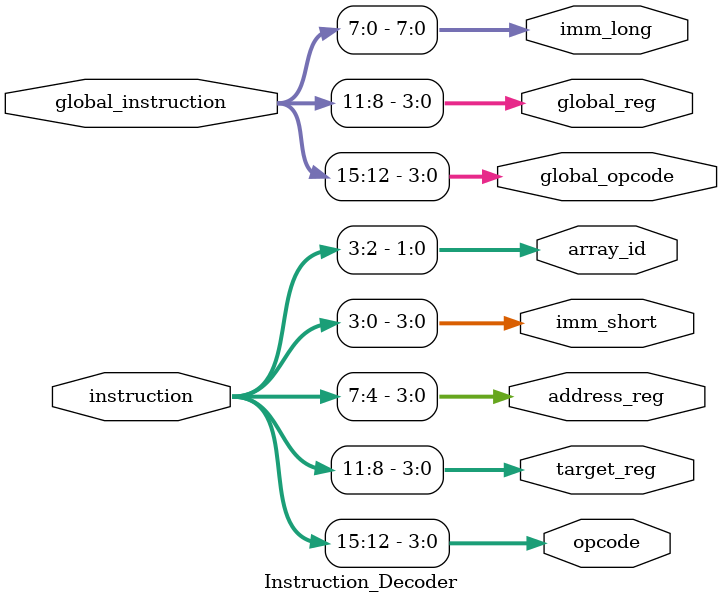
<source format=v>

`timescale 1ns / 1ps

module Instruction_Decoder#(parameter INST_WIDTH = 16)(
    input [INST_WIDTH-1:0] instruction, // from instruction_fetch
    input [INST_WIDTH-1:0] global_instruction, // from instruction fetch 
    output [3:0] opcode, // to instruction buffer {
    output [3:0] target_reg,
    output [3:0] address_reg,
    output [3:0] imm_short,
    output [1:0] array_id, // }
    output [3:0] global_opcode, // to control
    output [3:0] global_reg,
    output [7:0] imm_long // 
    );

    assign opcode = instruction [15 -: 4];

    assign target_reg = instruction[11 -: 4];
    assign address_reg = instruction[7 -: 4];

    assign imm_short = instruction[3:0]; // also used for warp mask

    assign array_id = instruction [3:2];

    assign global_opcode = global_instruction[15 -: 4];
    assign global_reg = global_instruction[11 -: 4];
    assign imm_long = global_instruction[7:0];

endmodule
</source>
